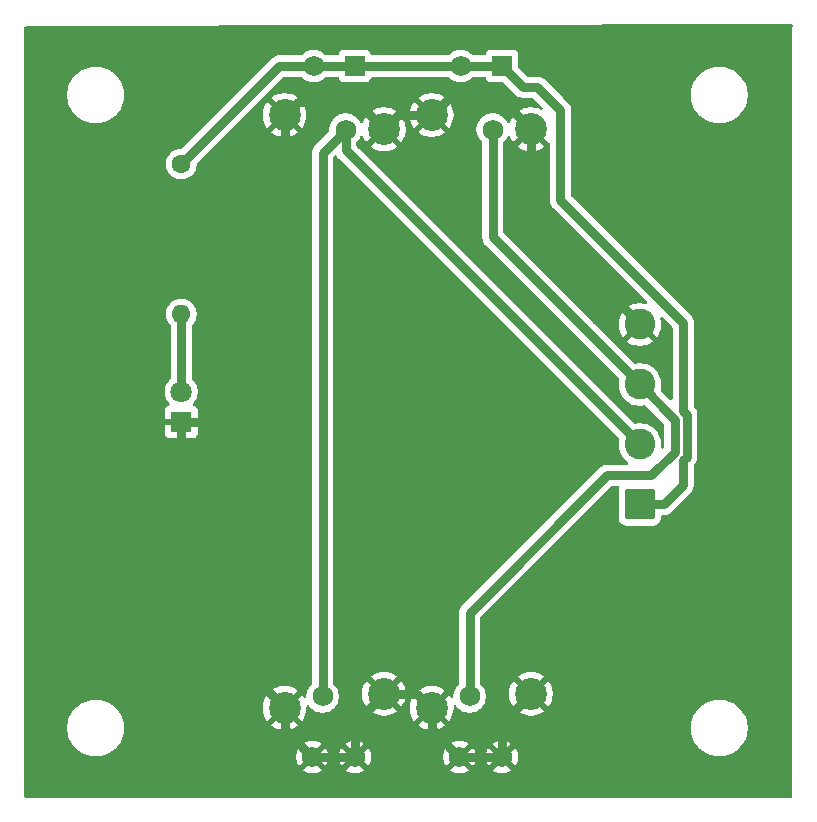
<source format=gbr>
%TF.GenerationSoftware,KiCad,Pcbnew,9.0.0*%
%TF.CreationDate,2025-03-25T22:24:14+01:00*%
%TF.ProjectId,LEDstripCtrl2.0,4c454473-7472-4697-9043-74726c322e30,rev?*%
%TF.SameCoordinates,Original*%
%TF.FileFunction,Copper,L2,Bot*%
%TF.FilePolarity,Positive*%
%FSLAX46Y46*%
G04 Gerber Fmt 4.6, Leading zero omitted, Abs format (unit mm)*
G04 Created by KiCad (PCBNEW 9.0.0) date 2025-03-25 22:24:14*
%MOMM*%
%LPD*%
G01*
G04 APERTURE LIST*
G04 Aperture macros list*
%AMRoundRect*
0 Rectangle with rounded corners*
0 $1 Rounding radius*
0 $2 $3 $4 $5 $6 $7 $8 $9 X,Y pos of 4 corners*
0 Add a 4 corners polygon primitive as box body*
4,1,4,$2,$3,$4,$5,$6,$7,$8,$9,$2,$3,0*
0 Add four circle primitives for the rounded corners*
1,1,$1+$1,$2,$3*
1,1,$1+$1,$4,$5*
1,1,$1+$1,$6,$7*
1,1,$1+$1,$8,$9*
0 Add four rect primitives between the rounded corners*
20,1,$1+$1,$2,$3,$4,$5,0*
20,1,$1+$1,$4,$5,$6,$7,0*
20,1,$1+$1,$6,$7,$8,$9,0*
20,1,$1+$1,$8,$9,$2,$3,0*%
G04 Aperture macros list end*
%TA.AperFunction,ComponentPad*%
%ADD10R,1.750000X1.750000*%
%TD*%
%TA.AperFunction,ComponentPad*%
%ADD11C,1.750000*%
%TD*%
%TA.AperFunction,ComponentPad*%
%ADD12C,2.700000*%
%TD*%
%TA.AperFunction,ComponentPad*%
%ADD13R,1.800000X1.800000*%
%TD*%
%TA.AperFunction,ComponentPad*%
%ADD14C,1.800000*%
%TD*%
%TA.AperFunction,ComponentPad*%
%ADD15RoundRect,0.250000X1.050000X-1.050000X1.050000X1.050000X-1.050000X1.050000X-1.050000X-1.050000X0*%
%TD*%
%TA.AperFunction,ComponentPad*%
%ADD16C,2.600000*%
%TD*%
%TA.AperFunction,ComponentPad*%
%ADD17C,1.600000*%
%TD*%
%TA.AperFunction,ComponentPad*%
%ADD18O,1.600000X1.600000*%
%TD*%
%TA.AperFunction,Conductor*%
%ADD19C,0.800000*%
%TD*%
G04 APERTURE END LIST*
D10*
%TO.P,RV1,1,1*%
%TO.N,+3.3V*%
X144550000Y-67050000D03*
D11*
X141050000Y-67050000D03*
%TO.P,RV1,2,2*%
%TO.N,Net-(J1-Pin_2)*%
X143770000Y-72430000D03*
X141810000Y-120430000D03*
%TO.P,RV1,3,3*%
%TO.N,GNDREF*%
X144550000Y-125550000D03*
X140953500Y-125550000D03*
D12*
%TO.P,RV1,MP,MountPin*%
X138600000Y-71200000D03*
X147000000Y-72400000D03*
X147000000Y-120200000D03*
X138600000Y-121400000D03*
%TD*%
D13*
%TO.P,D1,1,K*%
%TO.N,GNDREF*%
X129850000Y-97170000D03*
D14*
%TO.P,D1,2,A*%
%TO.N,Net-(D1-A)*%
X129850000Y-94630000D03*
%TD*%
D15*
%TO.P,J1,1,Pin_1*%
%TO.N,+3.3V*%
X168672500Y-104170000D03*
D16*
%TO.P,J1,2,Pin_2*%
%TO.N,Net-(J1-Pin_2)*%
X168672500Y-99090000D03*
%TO.P,J1,3,Pin_3*%
%TO.N,Net-(J1-Pin_3)*%
X168672500Y-94010000D03*
%TO.P,J1,4,Pin_4*%
%TO.N,GNDREF*%
X168672500Y-88930000D03*
%TD*%
D10*
%TO.P,RV2,1,1*%
%TO.N,+3.3V*%
X157000000Y-67050000D03*
D11*
X153500000Y-67050000D03*
%TO.P,RV2,2,2*%
%TO.N,Net-(J1-Pin_3)*%
X156220000Y-72430000D03*
X154260000Y-120430000D03*
%TO.P,RV2,3,3*%
%TO.N,GNDREF*%
X157000000Y-125550000D03*
X153403500Y-125550000D03*
D12*
%TO.P,RV2,MP,MountPin*%
X151050000Y-71200000D03*
X159450000Y-72400000D03*
X159450000Y-120200000D03*
X151050000Y-121400000D03*
%TD*%
D17*
%TO.P,R1,1*%
%TO.N,+3.3V*%
X129850000Y-75350000D03*
D18*
%TO.P,R1,2*%
%TO.N,Net-(D1-A)*%
X129850000Y-88050000D03*
%TD*%
D19*
%TO.N,+3.3V*%
X172651000Y-100114628D02*
X172350000Y-100415628D01*
X172350000Y-96271872D02*
X172651000Y-96572872D01*
X172350000Y-100415628D02*
X172350000Y-102500000D01*
X144550000Y-67050000D02*
X153500000Y-67050000D01*
X141050000Y-67050000D02*
X144550000Y-67050000D01*
X158799000Y-68849000D02*
X159999000Y-68849000D01*
X161950000Y-78400000D02*
X172350000Y-88800000D01*
X172651000Y-96572872D02*
X172651000Y-100114628D01*
X138150000Y-67050000D02*
X141050000Y-67050000D01*
X159999000Y-68849000D02*
X161950000Y-70800000D01*
X129850000Y-75350000D02*
X138150000Y-67050000D01*
X170680000Y-104170000D02*
X168672500Y-104170000D01*
X157000000Y-67050000D02*
X158799000Y-68849000D01*
X161950000Y-70800000D02*
X161950000Y-78400000D01*
X153500000Y-67050000D02*
X157000000Y-67050000D01*
X172350000Y-88800000D02*
X172350000Y-96271872D01*
X172350000Y-102500000D02*
X170680000Y-104170000D01*
%TO.N,Net-(J1-Pin_2)*%
X141810000Y-74390000D02*
X143770000Y-72430000D01*
X168672500Y-99090000D02*
X143770000Y-74187500D01*
X143770000Y-74187500D02*
X143770000Y-72430000D01*
X141810000Y-120430000D02*
X141810000Y-74390000D01*
%TO.N,Net-(J1-Pin_3)*%
X168672500Y-94010000D02*
X171650000Y-96987500D01*
X171650000Y-99700000D02*
X169650000Y-101700000D01*
X156220000Y-81557500D02*
X156220000Y-72430000D01*
X154260000Y-113331038D02*
X154260000Y-120430000D01*
X169340000Y-94010000D02*
X168672500Y-94010000D01*
X165891038Y-101700000D02*
X154260000Y-113331038D01*
X168672500Y-94010000D02*
X156220000Y-81557500D01*
X171650000Y-96987500D02*
X171650000Y-99700000D01*
X169650000Y-101700000D02*
X165891038Y-101700000D01*
%TO.N,GNDREF*%
X129850000Y-112650000D02*
X138600000Y-121400000D01*
X144700000Y-70100000D02*
X139700000Y-70100000D01*
X151050000Y-71200000D02*
X148200000Y-71200000D01*
X138600000Y-123196500D02*
X140953500Y-125550000D01*
X157000000Y-125550000D02*
X157000000Y-122650000D01*
X157000000Y-122650000D02*
X159450000Y-120200000D01*
X159450000Y-79707500D02*
X168672500Y-88930000D01*
X138600000Y-121400000D02*
X138600000Y-123196500D01*
X159450000Y-72400000D02*
X159450000Y-79707500D01*
X156900000Y-69850000D02*
X152400000Y-69850000D01*
X153403500Y-125550000D02*
X157000000Y-125550000D01*
X149850000Y-120200000D02*
X151050000Y-121400000D01*
X138600000Y-90250000D02*
X138600000Y-71200000D01*
X129850000Y-97570000D02*
X129850000Y-112650000D01*
X131680000Y-97170000D02*
X138600000Y-90250000D01*
X144550000Y-125550000D02*
X144550000Y-122650000D01*
X147000000Y-120200000D02*
X149850000Y-120200000D01*
X159450000Y-72400000D02*
X156900000Y-69850000D01*
X129850000Y-97170000D02*
X131680000Y-97170000D01*
X140953500Y-125550000D02*
X144550000Y-125550000D01*
X151050000Y-123196500D02*
X153403500Y-125550000D01*
X147000000Y-72400000D02*
X144700000Y-70100000D01*
X144550000Y-122650000D02*
X147000000Y-120200000D01*
X151050000Y-121400000D02*
X151050000Y-123196500D01*
X139700000Y-70100000D02*
X138600000Y-71200000D01*
X148200000Y-71200000D02*
X147000000Y-72400000D01*
X152400000Y-69850000D02*
X151050000Y-71200000D01*
%TO.N,Net-(D1-A)*%
X129850000Y-88050000D02*
X129850000Y-94630000D01*
%TD*%
%TA.AperFunction,Conductor*%
%TO.N,GNDREF*%
G36*
X158696740Y-72802626D02*
G01*
X158789762Y-72941844D01*
X158908156Y-73060238D01*
X159047374Y-73153260D01*
X159049437Y-73154114D01*
X158330614Y-73872936D01*
X158330614Y-73872937D01*
X158419989Y-73941517D01*
X158419996Y-73941522D01*
X158630007Y-74062772D01*
X158630021Y-74062779D01*
X158854060Y-74155578D01*
X159088312Y-74218346D01*
X159328735Y-74249998D01*
X159328752Y-74250000D01*
X159571248Y-74250000D01*
X159571264Y-74249998D01*
X159811687Y-74218346D01*
X160045939Y-74155578D01*
X160269978Y-74062779D01*
X160269992Y-74062772D01*
X160480016Y-73941515D01*
X160569384Y-73872939D01*
X160569384Y-73872936D01*
X159850562Y-73154114D01*
X159852626Y-73153260D01*
X159991844Y-73060238D01*
X160110238Y-72941844D01*
X160203260Y-72802626D01*
X160204114Y-72800561D01*
X160925003Y-73521451D01*
X160985573Y-73535006D01*
X161034684Y-73584705D01*
X161049500Y-73643483D01*
X161049500Y-78488696D01*
X161084103Y-78662658D01*
X161084105Y-78662666D01*
X161115526Y-78738524D01*
X161115529Y-78738529D01*
X161118046Y-78744606D01*
X161151987Y-78826547D01*
X161211063Y-78914959D01*
X161214169Y-78919607D01*
X161214172Y-78919613D01*
X161250534Y-78974034D01*
X161250535Y-78974035D01*
X169261193Y-86984694D01*
X169294678Y-87046017D01*
X169289694Y-87115709D01*
X169247822Y-87171642D01*
X169182358Y-87196059D01*
X169141419Y-87192150D01*
X169024414Y-87160799D01*
X168790485Y-87130000D01*
X168554514Y-87130000D01*
X168320585Y-87160799D01*
X168092662Y-87221870D01*
X167874680Y-87312160D01*
X167874671Y-87312165D01*
X167670328Y-87430144D01*
X167670318Y-87430150D01*
X167588775Y-87492720D01*
X167588775Y-87492721D01*
X168425012Y-88328958D01*
X168364610Y-88353978D01*
X168258149Y-88425112D01*
X168167612Y-88515649D01*
X168096478Y-88622110D01*
X168071458Y-88682512D01*
X167235221Y-87846275D01*
X167235220Y-87846275D01*
X167172650Y-87927818D01*
X167172644Y-87927828D01*
X167054665Y-88132171D01*
X167054660Y-88132180D01*
X166964370Y-88350162D01*
X166903299Y-88578085D01*
X166872500Y-88812014D01*
X166872500Y-89047985D01*
X166903299Y-89281914D01*
X166964370Y-89509837D01*
X167054660Y-89727819D01*
X167054665Y-89727828D01*
X167172644Y-89932171D01*
X167172645Y-89932172D01*
X167235221Y-90013723D01*
X168071458Y-89177487D01*
X168096478Y-89237890D01*
X168167612Y-89344351D01*
X168258149Y-89434888D01*
X168364610Y-89506022D01*
X168425011Y-89531041D01*
X167588775Y-90367277D01*
X167670327Y-90429854D01*
X167670328Y-90429855D01*
X167874671Y-90547834D01*
X167874680Y-90547839D01*
X168092663Y-90638129D01*
X168092661Y-90638129D01*
X168320585Y-90699200D01*
X168554514Y-90729999D01*
X168554529Y-90730000D01*
X168790471Y-90730000D01*
X168790485Y-90729999D01*
X169024414Y-90699200D01*
X169252337Y-90638129D01*
X169470319Y-90547839D01*
X169470328Y-90547834D01*
X169674681Y-90429850D01*
X169756223Y-90367279D01*
X169756223Y-90367276D01*
X168919987Y-89531041D01*
X168980390Y-89506022D01*
X169086851Y-89434888D01*
X169177388Y-89344351D01*
X169248522Y-89237890D01*
X169273541Y-89177488D01*
X170109776Y-90013723D01*
X170109779Y-90013723D01*
X170172350Y-89932181D01*
X170290334Y-89727828D01*
X170290339Y-89727819D01*
X170380629Y-89509837D01*
X170441700Y-89281914D01*
X170472499Y-89047985D01*
X170472500Y-89047971D01*
X170472500Y-88812028D01*
X170472499Y-88812014D01*
X170441701Y-88578087D01*
X170410349Y-88461081D01*
X170412012Y-88391231D01*
X170451174Y-88333368D01*
X170515402Y-88305864D01*
X170584305Y-88317450D01*
X170617805Y-88341306D01*
X171413181Y-89136681D01*
X171446666Y-89198004D01*
X171449500Y-89224362D01*
X171449500Y-95214138D01*
X171429815Y-95281177D01*
X171377011Y-95326932D01*
X171307853Y-95336876D01*
X171244297Y-95307851D01*
X171237819Y-95301819D01*
X170462347Y-94526347D01*
X170428862Y-94465024D01*
X170430252Y-94406574D01*
X170442193Y-94362014D01*
X170473000Y-94128011D01*
X170473000Y-93891989D01*
X170442193Y-93657986D01*
X170381106Y-93430007D01*
X170290784Y-93211951D01*
X170290782Y-93211948D01*
X170290780Y-93211943D01*
X170248618Y-93138918D01*
X170172773Y-93007550D01*
X170029092Y-92820301D01*
X170029087Y-92820295D01*
X169862204Y-92653412D01*
X169862197Y-92653406D01*
X169674954Y-92509730D01*
X169674953Y-92509729D01*
X169674950Y-92509727D01*
X169593457Y-92462677D01*
X169470556Y-92391719D01*
X169470545Y-92391714D01*
X169252493Y-92301394D01*
X169024510Y-92240306D01*
X168790520Y-92209501D01*
X168790517Y-92209500D01*
X168790511Y-92209500D01*
X168554489Y-92209500D01*
X168554483Y-92209500D01*
X168554479Y-92209501D01*
X168320489Y-92240306D01*
X168320471Y-92240310D01*
X168275924Y-92252246D01*
X168206074Y-92250583D01*
X168156151Y-92220152D01*
X164831643Y-88895644D01*
X157156819Y-81220819D01*
X157123334Y-81159496D01*
X157120500Y-81133138D01*
X157120500Y-73526112D01*
X157140185Y-73459073D01*
X157156819Y-73438431D01*
X157165240Y-73430010D01*
X157269172Y-73326078D01*
X157396433Y-73150919D01*
X157474097Y-72998494D01*
X157522072Y-72947699D01*
X157589893Y-72930904D01*
X157656028Y-72953441D01*
X157699143Y-73007338D01*
X157787220Y-73219978D01*
X157787227Y-73219992D01*
X157908481Y-73430010D01*
X157977061Y-73519384D01*
X158695884Y-72800560D01*
X158696740Y-72802626D01*
G37*
%TD.AperFunction*%
%TA.AperFunction,Conductor*%
G36*
X181592719Y-63519860D02*
G01*
X181638636Y-63572523D01*
X181650000Y-63624381D01*
X181650000Y-63676000D01*
X181630315Y-63743039D01*
X181577511Y-63788794D01*
X181556672Y-63793327D01*
X181550000Y-63800000D01*
X181550000Y-128876000D01*
X181530315Y-128943039D01*
X181477511Y-128988794D01*
X181426000Y-129000000D01*
X116674000Y-129000000D01*
X116606961Y-128980315D01*
X116561206Y-128927511D01*
X116550000Y-128876000D01*
X116550000Y-122965186D01*
X120199500Y-122965186D01*
X120199500Y-123234813D01*
X120229686Y-123502719D01*
X120229688Y-123502731D01*
X120289684Y-123765594D01*
X120289687Y-123765602D01*
X120378734Y-124020082D01*
X120495714Y-124262994D01*
X120495716Y-124262997D01*
X120639162Y-124491289D01*
X120807266Y-124702085D01*
X120997915Y-124892734D01*
X121208711Y-125060838D01*
X121437003Y-125204284D01*
X121679921Y-125321267D01*
X121871049Y-125388145D01*
X121934397Y-125410312D01*
X121934405Y-125410315D01*
X121934408Y-125410315D01*
X121934409Y-125410316D01*
X122197268Y-125470312D01*
X122465187Y-125500499D01*
X122465188Y-125500500D01*
X122465191Y-125500500D01*
X122734812Y-125500500D01*
X122734812Y-125500499D01*
X123002732Y-125470312D01*
X123127743Y-125441779D01*
X139578500Y-125441779D01*
X139578500Y-125658220D01*
X139612357Y-125871981D01*
X139679235Y-126077814D01*
X139679236Y-126077817D01*
X139777496Y-126270660D01*
X139820329Y-126329615D01*
X139820330Y-126329616D01*
X140388887Y-125761059D01*
X140394389Y-125781591D01*
X140473381Y-125918408D01*
X140585092Y-126030119D01*
X140721909Y-126109111D01*
X140742439Y-126114612D01*
X140173882Y-126683168D01*
X140232842Y-126726005D01*
X140425682Y-126824263D01*
X140425685Y-126824264D01*
X140631518Y-126891142D01*
X140845280Y-126925000D01*
X141061720Y-126925000D01*
X141275481Y-126891142D01*
X141481314Y-126824264D01*
X141481317Y-126824263D01*
X141674156Y-126726006D01*
X141733115Y-126683168D01*
X141733116Y-126683168D01*
X141164559Y-126114612D01*
X141185091Y-126109111D01*
X141321908Y-126030119D01*
X141433619Y-125918408D01*
X141512611Y-125781591D01*
X141518112Y-125761059D01*
X142086668Y-126329616D01*
X142086668Y-126329615D01*
X142129506Y-126270656D01*
X142227763Y-126077817D01*
X142227764Y-126077814D01*
X142294642Y-125871981D01*
X142328500Y-125658220D01*
X142328500Y-125441779D01*
X143175000Y-125441779D01*
X143175000Y-125658220D01*
X143208857Y-125871981D01*
X143275735Y-126077814D01*
X143275736Y-126077817D01*
X143373996Y-126270660D01*
X143416829Y-126329615D01*
X143416830Y-126329616D01*
X143985387Y-125761059D01*
X143990889Y-125781591D01*
X144069881Y-125918408D01*
X144181592Y-126030119D01*
X144318409Y-126109111D01*
X144338939Y-126114612D01*
X143770382Y-126683168D01*
X143829342Y-126726005D01*
X144022182Y-126824263D01*
X144022185Y-126824264D01*
X144228018Y-126891142D01*
X144441780Y-126925000D01*
X144658220Y-126925000D01*
X144871981Y-126891142D01*
X145077814Y-126824264D01*
X145077817Y-126824263D01*
X145270656Y-126726006D01*
X145329615Y-126683168D01*
X145329616Y-126683168D01*
X144761059Y-126114612D01*
X144781591Y-126109111D01*
X144918408Y-126030119D01*
X145030119Y-125918408D01*
X145109111Y-125781591D01*
X145114612Y-125761060D01*
X145683168Y-126329616D01*
X145683168Y-126329615D01*
X145726006Y-126270656D01*
X145824263Y-126077817D01*
X145824264Y-126077814D01*
X145891142Y-125871981D01*
X145925000Y-125658220D01*
X145925000Y-125441779D01*
X152028500Y-125441779D01*
X152028500Y-125658220D01*
X152062357Y-125871981D01*
X152129235Y-126077814D01*
X152129236Y-126077817D01*
X152227496Y-126270660D01*
X152270329Y-126329615D01*
X152270330Y-126329616D01*
X152838887Y-125761059D01*
X152844389Y-125781591D01*
X152923381Y-125918408D01*
X153035092Y-126030119D01*
X153171909Y-126109111D01*
X153192439Y-126114612D01*
X152623882Y-126683168D01*
X152682842Y-126726005D01*
X152875682Y-126824263D01*
X152875685Y-126824264D01*
X153081518Y-126891142D01*
X153295280Y-126925000D01*
X153511720Y-126925000D01*
X153725481Y-126891142D01*
X153931314Y-126824264D01*
X153931317Y-126824263D01*
X154124156Y-126726006D01*
X154183115Y-126683168D01*
X154183116Y-126683168D01*
X153614559Y-126114612D01*
X153635091Y-126109111D01*
X153771908Y-126030119D01*
X153883619Y-125918408D01*
X153962611Y-125781591D01*
X153968112Y-125761060D01*
X154536668Y-126329616D01*
X154536668Y-126329615D01*
X154579506Y-126270656D01*
X154677763Y-126077817D01*
X154677764Y-126077814D01*
X154744642Y-125871981D01*
X154778500Y-125658220D01*
X154778500Y-125441779D01*
X155625000Y-125441779D01*
X155625000Y-125658220D01*
X155658857Y-125871981D01*
X155725735Y-126077814D01*
X155725736Y-126077817D01*
X155823996Y-126270660D01*
X155866829Y-126329615D01*
X155866830Y-126329616D01*
X156435387Y-125761059D01*
X156440889Y-125781591D01*
X156519881Y-125918408D01*
X156631592Y-126030119D01*
X156768409Y-126109111D01*
X156788939Y-126114612D01*
X156220382Y-126683168D01*
X156279342Y-126726005D01*
X156472182Y-126824263D01*
X156472185Y-126824264D01*
X156678018Y-126891142D01*
X156891780Y-126925000D01*
X157108220Y-126925000D01*
X157321981Y-126891142D01*
X157527814Y-126824264D01*
X157527817Y-126824263D01*
X157720656Y-126726006D01*
X157779615Y-126683168D01*
X157779616Y-126683168D01*
X157211059Y-126114612D01*
X157231591Y-126109111D01*
X157368408Y-126030119D01*
X157480119Y-125918408D01*
X157559111Y-125781591D01*
X157564612Y-125761060D01*
X158133168Y-126329616D01*
X158133168Y-126329615D01*
X158176006Y-126270656D01*
X158274263Y-126077817D01*
X158274264Y-126077814D01*
X158341142Y-125871981D01*
X158375000Y-125658220D01*
X158375000Y-125441779D01*
X158341142Y-125228018D01*
X158274264Y-125022185D01*
X158274263Y-125022182D01*
X158176005Y-124829342D01*
X158133168Y-124770383D01*
X158133168Y-124770382D01*
X157564612Y-125338939D01*
X157559111Y-125318409D01*
X157480119Y-125181592D01*
X157368408Y-125069881D01*
X157231591Y-124990889D01*
X157211058Y-124985387D01*
X157779616Y-124416830D01*
X157779615Y-124416829D01*
X157720660Y-124373996D01*
X157527817Y-124275736D01*
X157527814Y-124275735D01*
X157321981Y-124208857D01*
X157108220Y-124175000D01*
X156891780Y-124175000D01*
X156678018Y-124208857D01*
X156472185Y-124275735D01*
X156472182Y-124275736D01*
X156279346Y-124373992D01*
X156220383Y-124416830D01*
X156788941Y-124985387D01*
X156768409Y-124990889D01*
X156631592Y-125069881D01*
X156519881Y-125181592D01*
X156440889Y-125318409D01*
X156435387Y-125338940D01*
X155866830Y-124770383D01*
X155823992Y-124829346D01*
X155725736Y-125022182D01*
X155725735Y-125022185D01*
X155658857Y-125228018D01*
X155625000Y-125441779D01*
X154778500Y-125441779D01*
X154744642Y-125228018D01*
X154677764Y-125022185D01*
X154677763Y-125022182D01*
X154579505Y-124829342D01*
X154536668Y-124770383D01*
X154536668Y-124770382D01*
X153968112Y-125338939D01*
X153962611Y-125318409D01*
X153883619Y-125181592D01*
X153771908Y-125069881D01*
X153635091Y-124990889D01*
X153614558Y-124985387D01*
X154183116Y-124416830D01*
X154183115Y-124416829D01*
X154124160Y-124373996D01*
X153931317Y-124275736D01*
X153931314Y-124275735D01*
X153725481Y-124208857D01*
X153511720Y-124175000D01*
X153295280Y-124175000D01*
X153081518Y-124208857D01*
X152875685Y-124275735D01*
X152875682Y-124275736D01*
X152682846Y-124373992D01*
X152623883Y-124416830D01*
X153192441Y-124985387D01*
X153171909Y-124990889D01*
X153035092Y-125069881D01*
X152923381Y-125181592D01*
X152844389Y-125318409D01*
X152838887Y-125338940D01*
X152270330Y-124770383D01*
X152227492Y-124829346D01*
X152129236Y-125022182D01*
X152129235Y-125022185D01*
X152062357Y-125228018D01*
X152028500Y-125441779D01*
X145925000Y-125441779D01*
X145891142Y-125228018D01*
X145824264Y-125022185D01*
X145824263Y-125022182D01*
X145726005Y-124829342D01*
X145683168Y-124770383D01*
X145683168Y-124770382D01*
X145114612Y-125338939D01*
X145109111Y-125318409D01*
X145030119Y-125181592D01*
X144918408Y-125069881D01*
X144781591Y-124990889D01*
X144761058Y-124985387D01*
X145329616Y-124416830D01*
X145329615Y-124416829D01*
X145270660Y-124373996D01*
X145077817Y-124275736D01*
X145077814Y-124275735D01*
X144871981Y-124208857D01*
X144658220Y-124175000D01*
X144441780Y-124175000D01*
X144228018Y-124208857D01*
X144022185Y-124275735D01*
X144022182Y-124275736D01*
X143829346Y-124373992D01*
X143770383Y-124416830D01*
X144338941Y-124985387D01*
X144318409Y-124990889D01*
X144181592Y-125069881D01*
X144069881Y-125181592D01*
X143990889Y-125318409D01*
X143985387Y-125338940D01*
X143416830Y-124770383D01*
X143373992Y-124829346D01*
X143275736Y-125022182D01*
X143275735Y-125022185D01*
X143208857Y-125228018D01*
X143175000Y-125441779D01*
X142328500Y-125441779D01*
X142294642Y-125228018D01*
X142227764Y-125022185D01*
X142227763Y-125022182D01*
X142129505Y-124829342D01*
X142086668Y-124770383D01*
X142086668Y-124770382D01*
X141518112Y-125338939D01*
X141512611Y-125318409D01*
X141433619Y-125181592D01*
X141321908Y-125069881D01*
X141185091Y-124990889D01*
X141164558Y-124985387D01*
X141733116Y-124416830D01*
X141733115Y-124416829D01*
X141674160Y-124373996D01*
X141481317Y-124275736D01*
X141481314Y-124275735D01*
X141275481Y-124208857D01*
X141061720Y-124175000D01*
X140845280Y-124175000D01*
X140631518Y-124208857D01*
X140425685Y-124275735D01*
X140425682Y-124275736D01*
X140232846Y-124373992D01*
X140173883Y-124416830D01*
X140742441Y-124985387D01*
X140721909Y-124990889D01*
X140585092Y-125069881D01*
X140473381Y-125181592D01*
X140394389Y-125318409D01*
X140388887Y-125338940D01*
X139820330Y-124770383D01*
X139777492Y-124829346D01*
X139679236Y-125022182D01*
X139679235Y-125022185D01*
X139612357Y-125228018D01*
X139578500Y-125441779D01*
X123127743Y-125441779D01*
X123265591Y-125410316D01*
X123520079Y-125321267D01*
X123762997Y-125204284D01*
X123991289Y-125060838D01*
X124202085Y-124892734D01*
X124392734Y-124702085D01*
X124560838Y-124491289D01*
X124704284Y-124262997D01*
X124821267Y-124020079D01*
X124910316Y-123765591D01*
X124970312Y-123502732D01*
X125000500Y-123234809D01*
X125000500Y-122965191D01*
X124970312Y-122697268D01*
X124910316Y-122434409D01*
X124821267Y-122179921D01*
X124704284Y-121937003D01*
X124560838Y-121708711D01*
X124392734Y-121497915D01*
X124202085Y-121307266D01*
X123991289Y-121139162D01*
X123762997Y-120995716D01*
X123762994Y-120995714D01*
X123520082Y-120878734D01*
X123265602Y-120789687D01*
X123265594Y-120789684D01*
X123046869Y-120739762D01*
X123002732Y-120729688D01*
X123002728Y-120729687D01*
X123002719Y-120729686D01*
X122734813Y-120699500D01*
X122734809Y-120699500D01*
X122465191Y-120699500D01*
X122465186Y-120699500D01*
X122197280Y-120729686D01*
X122197268Y-120729688D01*
X121934405Y-120789684D01*
X121934397Y-120789687D01*
X121679917Y-120878734D01*
X121437005Y-120995714D01*
X121208712Y-121139161D01*
X120997915Y-121307265D01*
X120807265Y-121497915D01*
X120639161Y-121708712D01*
X120495714Y-121937005D01*
X120378734Y-122179917D01*
X120289687Y-122434397D01*
X120289684Y-122434405D01*
X120229688Y-122697268D01*
X120229686Y-122697280D01*
X120199500Y-122965186D01*
X116550000Y-122965186D01*
X116550000Y-94519778D01*
X128449500Y-94519778D01*
X128449500Y-94740221D01*
X128483985Y-94957952D01*
X128552103Y-95167603D01*
X128552104Y-95167606D01*
X128575814Y-95214138D01*
X128638353Y-95336876D01*
X128652187Y-95364025D01*
X128781752Y-95542358D01*
X128781756Y-95542363D01*
X128832316Y-95592923D01*
X128865801Y-95654246D01*
X128860817Y-95723938D01*
X128818945Y-95779871D01*
X128787969Y-95796785D01*
X128707918Y-95826643D01*
X128707906Y-95826649D01*
X128592812Y-95912809D01*
X128592809Y-95912812D01*
X128506649Y-96027906D01*
X128506645Y-96027913D01*
X128456403Y-96162620D01*
X128456401Y-96162627D01*
X128450000Y-96222155D01*
X128450000Y-96920000D01*
X129474722Y-96920000D01*
X129430667Y-96996306D01*
X129400000Y-97110756D01*
X129400000Y-97229244D01*
X129430667Y-97343694D01*
X129474722Y-97420000D01*
X128450000Y-97420000D01*
X128450000Y-98117844D01*
X128456401Y-98177372D01*
X128456403Y-98177379D01*
X128506645Y-98312086D01*
X128506649Y-98312093D01*
X128592809Y-98427187D01*
X128592812Y-98427190D01*
X128707906Y-98513350D01*
X128707913Y-98513354D01*
X128842620Y-98563596D01*
X128842627Y-98563598D01*
X128902155Y-98569999D01*
X128902172Y-98570000D01*
X129600000Y-98570000D01*
X129600000Y-97545277D01*
X129676306Y-97589333D01*
X129790756Y-97620000D01*
X129909244Y-97620000D01*
X130023694Y-97589333D01*
X130100000Y-97545277D01*
X130100000Y-98570000D01*
X130797828Y-98570000D01*
X130797844Y-98569999D01*
X130857372Y-98563598D01*
X130857379Y-98563596D01*
X130992086Y-98513354D01*
X130992093Y-98513350D01*
X131107187Y-98427190D01*
X131107190Y-98427187D01*
X131193350Y-98312093D01*
X131193354Y-98312086D01*
X131243596Y-98177379D01*
X131243598Y-98177372D01*
X131249999Y-98117844D01*
X131250000Y-98117827D01*
X131250000Y-97420000D01*
X130225278Y-97420000D01*
X130269333Y-97343694D01*
X130300000Y-97229244D01*
X130300000Y-97110756D01*
X130269333Y-96996306D01*
X130225278Y-96920000D01*
X131250000Y-96920000D01*
X131250000Y-96222172D01*
X131249999Y-96222155D01*
X131243598Y-96162627D01*
X131243596Y-96162620D01*
X131193354Y-96027913D01*
X131193350Y-96027906D01*
X131107190Y-95912812D01*
X131107187Y-95912809D01*
X130992093Y-95826649D01*
X130992087Y-95826646D01*
X130912030Y-95796786D01*
X130856097Y-95754914D01*
X130831680Y-95689450D01*
X130846532Y-95621177D01*
X130867681Y-95592925D01*
X130918242Y-95542365D01*
X131047815Y-95364022D01*
X131147895Y-95167606D01*
X131216015Y-94957951D01*
X131250500Y-94740222D01*
X131250500Y-94519778D01*
X131216015Y-94302049D01*
X131181955Y-94197221D01*
X131147896Y-94092396D01*
X131147895Y-94092393D01*
X131113237Y-94024375D01*
X131047815Y-93895978D01*
X131035750Y-93879372D01*
X130918248Y-93717642D01*
X130918244Y-93717638D01*
X130918242Y-93717635D01*
X130786818Y-93586211D01*
X130753334Y-93524888D01*
X130750500Y-93498530D01*
X130750500Y-89040047D01*
X130770185Y-88973008D01*
X130786819Y-88952366D01*
X130809185Y-88930000D01*
X130841966Y-88897219D01*
X130841968Y-88897215D01*
X130841971Y-88897213D01*
X130903860Y-88812028D01*
X130962287Y-88731610D01*
X131055220Y-88549219D01*
X131118477Y-88354534D01*
X131150500Y-88152352D01*
X131150500Y-87947648D01*
X131118477Y-87745466D01*
X131055220Y-87550781D01*
X131055218Y-87550778D01*
X131055218Y-87550776D01*
X130993752Y-87430144D01*
X130962287Y-87368390D01*
X130954556Y-87357749D01*
X130841971Y-87202786D01*
X130697213Y-87058028D01*
X130531613Y-86937715D01*
X130531612Y-86937714D01*
X130531610Y-86937713D01*
X130474653Y-86908691D01*
X130349223Y-86844781D01*
X130154534Y-86781522D01*
X129979995Y-86753878D01*
X129952352Y-86749500D01*
X129747648Y-86749500D01*
X129723329Y-86753351D01*
X129545465Y-86781522D01*
X129350776Y-86844781D01*
X129168386Y-86937715D01*
X129002786Y-87058028D01*
X128858028Y-87202786D01*
X128737715Y-87368386D01*
X128644781Y-87550776D01*
X128581522Y-87745465D01*
X128549500Y-87947648D01*
X128549500Y-88152351D01*
X128581522Y-88354534D01*
X128644781Y-88549223D01*
X128737715Y-88731613D01*
X128858028Y-88897213D01*
X128913181Y-88952366D01*
X128946666Y-89013689D01*
X128949500Y-89040047D01*
X128949500Y-93498530D01*
X128929815Y-93565569D01*
X128913182Y-93586211D01*
X128781751Y-93717642D01*
X128652187Y-93895974D01*
X128552104Y-94092393D01*
X128552103Y-94092396D01*
X128483985Y-94302047D01*
X128449500Y-94519778D01*
X116550000Y-94519778D01*
X116550000Y-75247648D01*
X128549500Y-75247648D01*
X128549500Y-75452351D01*
X128581522Y-75654534D01*
X128644781Y-75849223D01*
X128737715Y-76031613D01*
X128858028Y-76197213D01*
X129002786Y-76341971D01*
X129157749Y-76454556D01*
X129168390Y-76462287D01*
X129284607Y-76521503D01*
X129350776Y-76555218D01*
X129350778Y-76555218D01*
X129350781Y-76555220D01*
X129455137Y-76589127D01*
X129545465Y-76618477D01*
X129646557Y-76634488D01*
X129747648Y-76650500D01*
X129747649Y-76650500D01*
X129952351Y-76650500D01*
X129952352Y-76650500D01*
X130154534Y-76618477D01*
X130349219Y-76555220D01*
X130531610Y-76462287D01*
X130624590Y-76394732D01*
X130697213Y-76341971D01*
X130697215Y-76341968D01*
X130697219Y-76341966D01*
X130841966Y-76197219D01*
X130841968Y-76197215D01*
X130841971Y-76197213D01*
X130894732Y-76124590D01*
X130962287Y-76031610D01*
X131055220Y-75849219D01*
X131118477Y-75654534D01*
X131150500Y-75452352D01*
X131150500Y-75374361D01*
X131170185Y-75307322D01*
X131186819Y-75286680D01*
X135394748Y-71078751D01*
X136750000Y-71078751D01*
X136750000Y-71321248D01*
X136750001Y-71321264D01*
X136781653Y-71561687D01*
X136844421Y-71795939D01*
X136937220Y-72019978D01*
X136937227Y-72019992D01*
X137058481Y-72230010D01*
X137127061Y-72319384D01*
X137845884Y-71600560D01*
X137846740Y-71602626D01*
X137939762Y-71741844D01*
X138058156Y-71860238D01*
X138197374Y-71953260D01*
X138199437Y-71954114D01*
X137480614Y-72672936D01*
X137480614Y-72672937D01*
X137569989Y-72741517D01*
X137569996Y-72741522D01*
X137780007Y-72862772D01*
X137780021Y-72862779D01*
X138004060Y-72955578D01*
X138238312Y-73018346D01*
X138478735Y-73049998D01*
X138478752Y-73050000D01*
X138721248Y-73050000D01*
X138721264Y-73049998D01*
X138961687Y-73018346D01*
X139195939Y-72955578D01*
X139419978Y-72862779D01*
X139419992Y-72862772D01*
X139630016Y-72741515D01*
X139719384Y-72672939D01*
X139719384Y-72672936D01*
X139000562Y-71954114D01*
X139002626Y-71953260D01*
X139141844Y-71860238D01*
X139260238Y-71741844D01*
X139353260Y-71602626D01*
X139354114Y-71600562D01*
X140072936Y-72319384D01*
X140072939Y-72319384D01*
X140141515Y-72230016D01*
X140262772Y-72019992D01*
X140262779Y-72019978D01*
X140355578Y-71795939D01*
X140418346Y-71561687D01*
X140449998Y-71321264D01*
X140450000Y-71321248D01*
X140450000Y-71078751D01*
X140449998Y-71078735D01*
X140418346Y-70838312D01*
X140355578Y-70604060D01*
X140262779Y-70380021D01*
X140262772Y-70380007D01*
X140141522Y-70169996D01*
X140141517Y-70169989D01*
X140072937Y-70080614D01*
X140072936Y-70080614D01*
X139354114Y-70799436D01*
X139353260Y-70797374D01*
X139260238Y-70658156D01*
X139141844Y-70539762D01*
X139002626Y-70446740D01*
X139000560Y-70445884D01*
X139719384Y-69727061D01*
X139630010Y-69658481D01*
X139419992Y-69537227D01*
X139419978Y-69537220D01*
X139195939Y-69444421D01*
X138961687Y-69381653D01*
X138721264Y-69350001D01*
X138721248Y-69350000D01*
X138478752Y-69350000D01*
X138478735Y-69350001D01*
X138238312Y-69381653D01*
X138004060Y-69444421D01*
X137780021Y-69537220D01*
X137780006Y-69537227D01*
X137569990Y-69658480D01*
X137480614Y-69727060D01*
X137480614Y-69727061D01*
X138199438Y-70445885D01*
X138197374Y-70446740D01*
X138058156Y-70539762D01*
X137939762Y-70658156D01*
X137846740Y-70797374D01*
X137845885Y-70799438D01*
X137127061Y-70080614D01*
X137127060Y-70080614D01*
X137058480Y-70169990D01*
X136937227Y-70380006D01*
X136937220Y-70380021D01*
X136844421Y-70604060D01*
X136781653Y-70838312D01*
X136750001Y-71078735D01*
X136750000Y-71078751D01*
X135394748Y-71078751D01*
X138486680Y-67986819D01*
X138548003Y-67953334D01*
X138574361Y-67950500D01*
X139953888Y-67950500D01*
X140020927Y-67970185D01*
X140041569Y-67986819D01*
X140153922Y-68099172D01*
X140329081Y-68226433D01*
X140423697Y-68274642D01*
X140521990Y-68324726D01*
X140521993Y-68324727D01*
X140559776Y-68337003D01*
X140727903Y-68391630D01*
X140941746Y-68425500D01*
X140941747Y-68425500D01*
X141158253Y-68425500D01*
X141158254Y-68425500D01*
X141372097Y-68391630D01*
X141578009Y-68324726D01*
X141770919Y-68226433D01*
X141946078Y-68099172D01*
X142058431Y-67986819D01*
X142119754Y-67953334D01*
X142146112Y-67950500D01*
X143064236Y-67950500D01*
X143131275Y-67970185D01*
X143177030Y-68022989D01*
X143180418Y-68031167D01*
X143231202Y-68167328D01*
X143231206Y-68167335D01*
X143317452Y-68282544D01*
X143317455Y-68282547D01*
X143432664Y-68368793D01*
X143432671Y-68368797D01*
X143567517Y-68419091D01*
X143567516Y-68419091D01*
X143574444Y-68419835D01*
X143627127Y-68425500D01*
X145472872Y-68425499D01*
X145532483Y-68419091D01*
X145667331Y-68368796D01*
X145782546Y-68282546D01*
X145868796Y-68167331D01*
X145894219Y-68099169D01*
X145919582Y-68031167D01*
X145961453Y-67975233D01*
X146026917Y-67950816D01*
X146035764Y-67950500D01*
X152403888Y-67950500D01*
X152470927Y-67970185D01*
X152491569Y-67986819D01*
X152603922Y-68099172D01*
X152779081Y-68226433D01*
X152873697Y-68274642D01*
X152971990Y-68324726D01*
X152971993Y-68324727D01*
X153009776Y-68337003D01*
X153177903Y-68391630D01*
X153391746Y-68425500D01*
X153391747Y-68425500D01*
X153608253Y-68425500D01*
X153608254Y-68425500D01*
X153822097Y-68391630D01*
X154028009Y-68324726D01*
X154220919Y-68226433D01*
X154396078Y-68099172D01*
X154508431Y-67986819D01*
X154569754Y-67953334D01*
X154596112Y-67950500D01*
X155514236Y-67950500D01*
X155581275Y-67970185D01*
X155627030Y-68022989D01*
X155630418Y-68031167D01*
X155681202Y-68167328D01*
X155681206Y-68167335D01*
X155767452Y-68282544D01*
X155767455Y-68282547D01*
X155882664Y-68368793D01*
X155882671Y-68368797D01*
X156017517Y-68419091D01*
X156017516Y-68419091D01*
X156024444Y-68419835D01*
X156077127Y-68425500D01*
X157050637Y-68425499D01*
X157117676Y-68445183D01*
X157138318Y-68461818D01*
X158224966Y-69548466D01*
X158259326Y-69571423D01*
X158284040Y-69587936D01*
X158372453Y-69647013D01*
X158454393Y-69680953D01*
X158460480Y-69683474D01*
X158460485Y-69683477D01*
X158496940Y-69698577D01*
X158536334Y-69714895D01*
X158710303Y-69749499D01*
X158710307Y-69749500D01*
X158710308Y-69749500D01*
X158710309Y-69749500D01*
X159574638Y-69749500D01*
X159641677Y-69769185D01*
X159662319Y-69785819D01*
X160323240Y-70446740D01*
X160417275Y-70540774D01*
X160450760Y-70602097D01*
X160445776Y-70671788D01*
X160403904Y-70727722D01*
X160338440Y-70752139D01*
X160274061Y-70738134D01*
X160273625Y-70739019D01*
X160269978Y-70737220D01*
X160045939Y-70644421D01*
X159811687Y-70581653D01*
X159571264Y-70550001D01*
X159571248Y-70550000D01*
X159328752Y-70550000D01*
X159328735Y-70550001D01*
X159088312Y-70581653D01*
X158854060Y-70644421D01*
X158630021Y-70737220D01*
X158630006Y-70737227D01*
X158419990Y-70858480D01*
X158330614Y-70927060D01*
X158330614Y-70927061D01*
X159049438Y-71645884D01*
X159047374Y-71646740D01*
X158908156Y-71739762D01*
X158789762Y-71858156D01*
X158696740Y-71997374D01*
X158695885Y-71999438D01*
X157977061Y-71280614D01*
X157977060Y-71280614D01*
X157908480Y-71369990D01*
X157787227Y-71580006D01*
X157787220Y-71580021D01*
X157694419Y-71804065D01*
X157692007Y-71813068D01*
X157655641Y-71872728D01*
X157592794Y-71903256D01*
X157523419Y-71894960D01*
X157469541Y-71850474D01*
X157461748Y-71837268D01*
X157440690Y-71795939D01*
X157396433Y-71709081D01*
X157269172Y-71533922D01*
X157116078Y-71380828D01*
X156940919Y-71253567D01*
X156748009Y-71155273D01*
X156748006Y-71155272D01*
X156542098Y-71088370D01*
X156435175Y-71071435D01*
X156328254Y-71054500D01*
X156111746Y-71054500D01*
X156040465Y-71065790D01*
X155897901Y-71088370D01*
X155691993Y-71155272D01*
X155691990Y-71155273D01*
X155499080Y-71253567D01*
X155445172Y-71292734D01*
X155323922Y-71380828D01*
X155323920Y-71380830D01*
X155323919Y-71380830D01*
X155170830Y-71533919D01*
X155170830Y-71533920D01*
X155170828Y-71533922D01*
X155137346Y-71580006D01*
X155043567Y-71709080D01*
X154945273Y-71901990D01*
X154945272Y-71901993D01*
X154878370Y-72107901D01*
X154844500Y-72321746D01*
X154844500Y-72538253D01*
X154878370Y-72752098D01*
X154945272Y-72958006D01*
X154945273Y-72958009D01*
X155043567Y-73150919D01*
X155170828Y-73326078D01*
X155170830Y-73326080D01*
X155283181Y-73438431D01*
X155316666Y-73499754D01*
X155319500Y-73526112D01*
X155319500Y-81646196D01*
X155354103Y-81820158D01*
X155354105Y-81820166D01*
X155385526Y-81896024D01*
X155385529Y-81896029D01*
X155388046Y-81902106D01*
X155421987Y-81984047D01*
X155481063Y-82072459D01*
X155484169Y-82077107D01*
X155484172Y-82077113D01*
X155520534Y-82131534D01*
X155520535Y-82131535D01*
X166882652Y-93493651D01*
X166916137Y-93554974D01*
X166914746Y-93613424D01*
X166902810Y-93657971D01*
X166902806Y-93657989D01*
X166872001Y-93891979D01*
X166872000Y-93891995D01*
X166872000Y-94128004D01*
X166872001Y-94128020D01*
X166902806Y-94362010D01*
X166963894Y-94589993D01*
X167054214Y-94808045D01*
X167054219Y-94808056D01*
X167125177Y-94930957D01*
X167172227Y-95012450D01*
X167172229Y-95012453D01*
X167172230Y-95012454D01*
X167315906Y-95199697D01*
X167315912Y-95199704D01*
X167482795Y-95366587D01*
X167482801Y-95366592D01*
X167670050Y-95510273D01*
X167801418Y-95586118D01*
X167874443Y-95628280D01*
X167874448Y-95628282D01*
X167874451Y-95628284D01*
X168092507Y-95718606D01*
X168320486Y-95779693D01*
X168554489Y-95810500D01*
X168554496Y-95810500D01*
X168790504Y-95810500D01*
X168790511Y-95810500D01*
X169024514Y-95779693D01*
X169069073Y-95767753D01*
X169138922Y-95769416D01*
X169188847Y-95799847D01*
X170713181Y-97324181D01*
X170746666Y-97385504D01*
X170749500Y-97411862D01*
X170749500Y-99275637D01*
X170729815Y-99342676D01*
X170713181Y-99363318D01*
X170671339Y-99405160D01*
X170610016Y-99438645D01*
X170540324Y-99433661D01*
X170484391Y-99391789D01*
X170459974Y-99326325D01*
X170460719Y-99301293D01*
X170472999Y-99208018D01*
X170473000Y-99208011D01*
X170473000Y-98971989D01*
X170442193Y-98737986D01*
X170381106Y-98510007D01*
X170290784Y-98291951D01*
X170290782Y-98291948D01*
X170290780Y-98291943D01*
X170248618Y-98218918D01*
X170172773Y-98087550D01*
X170029092Y-97900301D01*
X170029087Y-97900295D01*
X169862204Y-97733412D01*
X169862197Y-97733406D01*
X169674954Y-97589730D01*
X169674953Y-97589729D01*
X169674950Y-97589727D01*
X169571656Y-97530090D01*
X169470556Y-97471719D01*
X169470545Y-97471714D01*
X169252493Y-97381394D01*
X169024510Y-97320306D01*
X168790520Y-97289501D01*
X168790517Y-97289500D01*
X168790511Y-97289500D01*
X168554489Y-97289500D01*
X168554483Y-97289500D01*
X168554479Y-97289501D01*
X168320489Y-97320306D01*
X168320471Y-97320310D01*
X168275924Y-97332246D01*
X168206074Y-97330583D01*
X168156151Y-97300152D01*
X144768665Y-73912665D01*
X144706819Y-73850819D01*
X144673334Y-73789496D01*
X144670500Y-73763138D01*
X144670500Y-73526112D01*
X144690185Y-73459073D01*
X144706819Y-73438431D01*
X144715240Y-73430010D01*
X144819172Y-73326078D01*
X144946433Y-73150919D01*
X145024097Y-72998494D01*
X145072072Y-72947699D01*
X145139893Y-72930904D01*
X145206028Y-72953441D01*
X145249143Y-73007338D01*
X145337220Y-73219978D01*
X145337227Y-73219992D01*
X145458481Y-73430010D01*
X145527061Y-73519384D01*
X146245884Y-72800560D01*
X146246740Y-72802626D01*
X146339762Y-72941844D01*
X146458156Y-73060238D01*
X146597374Y-73153260D01*
X146599437Y-73154114D01*
X145880614Y-73872936D01*
X145880614Y-73872937D01*
X145969989Y-73941517D01*
X145969996Y-73941522D01*
X146180007Y-74062772D01*
X146180021Y-74062779D01*
X146404060Y-74155578D01*
X146638312Y-74218346D01*
X146878735Y-74249998D01*
X146878752Y-74250000D01*
X147121248Y-74250000D01*
X147121264Y-74249998D01*
X147361687Y-74218346D01*
X147595939Y-74155578D01*
X147819978Y-74062779D01*
X147819992Y-74062772D01*
X148030016Y-73941515D01*
X148119384Y-73872939D01*
X148119384Y-73872936D01*
X147400562Y-73154114D01*
X147402626Y-73153260D01*
X147541844Y-73060238D01*
X147660238Y-72941844D01*
X147753260Y-72802626D01*
X147754114Y-72800562D01*
X148472936Y-73519384D01*
X148472939Y-73519384D01*
X148541515Y-73430016D01*
X148662772Y-73219992D01*
X148662779Y-73219978D01*
X148755578Y-72995939D01*
X148818346Y-72761687D01*
X148838475Y-72608798D01*
X148838475Y-72608797D01*
X148849998Y-72521265D01*
X148850000Y-72521248D01*
X148850000Y-72278751D01*
X148849998Y-72278735D01*
X148818346Y-72038312D01*
X148755578Y-71804060D01*
X148662779Y-71580021D01*
X148662772Y-71580007D01*
X148541522Y-71369996D01*
X148541517Y-71369989D01*
X148472937Y-71280614D01*
X148472936Y-71280614D01*
X147754114Y-71999436D01*
X147753260Y-71997374D01*
X147660238Y-71858156D01*
X147541844Y-71739762D01*
X147402626Y-71646740D01*
X147400560Y-71645884D01*
X147967695Y-71078751D01*
X149200000Y-71078751D01*
X149200000Y-71321248D01*
X149200001Y-71321264D01*
X149231653Y-71561687D01*
X149294421Y-71795939D01*
X149387220Y-72019978D01*
X149387227Y-72019992D01*
X149508481Y-72230010D01*
X149577061Y-72319384D01*
X150295884Y-71600560D01*
X150296740Y-71602626D01*
X150389762Y-71741844D01*
X150508156Y-71860238D01*
X150647374Y-71953260D01*
X150649437Y-71954114D01*
X149930614Y-72672936D01*
X149930614Y-72672937D01*
X150019989Y-72741517D01*
X150019996Y-72741522D01*
X150230007Y-72862772D01*
X150230021Y-72862779D01*
X150454060Y-72955578D01*
X150688312Y-73018346D01*
X150928735Y-73049998D01*
X150928752Y-73050000D01*
X151171248Y-73050000D01*
X151171264Y-73049998D01*
X151411687Y-73018346D01*
X151645939Y-72955578D01*
X151869978Y-72862779D01*
X151869992Y-72862772D01*
X152080016Y-72741515D01*
X152169384Y-72672939D01*
X152169384Y-72672936D01*
X151450562Y-71954114D01*
X151452626Y-71953260D01*
X151591844Y-71860238D01*
X151710238Y-71741844D01*
X151803260Y-71602626D01*
X151804114Y-71600562D01*
X152522936Y-72319384D01*
X152522939Y-72319384D01*
X152591515Y-72230016D01*
X152712772Y-72019992D01*
X152712779Y-72019978D01*
X152805578Y-71795939D01*
X152868346Y-71561687D01*
X152899998Y-71321264D01*
X152900000Y-71321248D01*
X152900000Y-71078751D01*
X152899998Y-71078735D01*
X152868346Y-70838312D01*
X152805578Y-70604060D01*
X152712779Y-70380021D01*
X152712772Y-70380007D01*
X152591522Y-70169996D01*
X152591517Y-70169989D01*
X152522937Y-70080614D01*
X152522936Y-70080614D01*
X151804114Y-70799436D01*
X151803260Y-70797374D01*
X151710238Y-70658156D01*
X151591844Y-70539762D01*
X151452626Y-70446740D01*
X151450560Y-70445884D01*
X152169384Y-69727061D01*
X152080010Y-69658481D01*
X151869992Y-69537227D01*
X151869978Y-69537220D01*
X151645939Y-69444421D01*
X151411687Y-69381653D01*
X151171264Y-69350001D01*
X151171248Y-69350000D01*
X150928752Y-69350000D01*
X150928735Y-69350001D01*
X150688312Y-69381653D01*
X150454060Y-69444421D01*
X150230021Y-69537220D01*
X150230006Y-69537227D01*
X150019990Y-69658480D01*
X149930614Y-69727060D01*
X149930614Y-69727061D01*
X150649438Y-70445885D01*
X150647374Y-70446740D01*
X150508156Y-70539762D01*
X150389762Y-70658156D01*
X150296740Y-70797374D01*
X150295885Y-70799438D01*
X149577061Y-70080614D01*
X149577060Y-70080614D01*
X149508480Y-70169990D01*
X149387227Y-70380006D01*
X149387220Y-70380021D01*
X149294421Y-70604060D01*
X149231653Y-70838312D01*
X149200001Y-71078735D01*
X149200000Y-71078751D01*
X147967695Y-71078751D01*
X148059441Y-70987005D01*
X148119384Y-70927061D01*
X148030010Y-70858481D01*
X147819992Y-70737227D01*
X147819978Y-70737220D01*
X147595939Y-70644421D01*
X147361687Y-70581653D01*
X147121264Y-70550001D01*
X147121248Y-70550000D01*
X146878752Y-70550000D01*
X146878735Y-70550001D01*
X146638312Y-70581653D01*
X146404060Y-70644421D01*
X146180021Y-70737220D01*
X146180006Y-70737227D01*
X145969990Y-70858480D01*
X145880614Y-70927060D01*
X145880614Y-70927061D01*
X146599438Y-71645885D01*
X146597374Y-71646740D01*
X146458156Y-71739762D01*
X146339762Y-71858156D01*
X146246740Y-71997374D01*
X146245885Y-71999438D01*
X145527061Y-71280614D01*
X145527060Y-71280614D01*
X145458480Y-71369990D01*
X145337227Y-71580006D01*
X145337220Y-71580021D01*
X145244419Y-71804065D01*
X145242007Y-71813068D01*
X145205641Y-71872728D01*
X145142794Y-71903256D01*
X145073419Y-71894960D01*
X145019541Y-71850474D01*
X145011748Y-71837268D01*
X144990690Y-71795939D01*
X144946433Y-71709081D01*
X144819172Y-71533922D01*
X144666078Y-71380828D01*
X144490919Y-71253567D01*
X144298009Y-71155273D01*
X144298006Y-71155272D01*
X144106179Y-71092945D01*
X144106178Y-71092944D01*
X144092100Y-71088370D01*
X143931714Y-71062967D01*
X143878254Y-71054500D01*
X143661746Y-71054500D01*
X143590465Y-71065790D01*
X143447901Y-71088370D01*
X143241993Y-71155272D01*
X143241990Y-71155273D01*
X143049080Y-71253567D01*
X142995172Y-71292734D01*
X142873922Y-71380828D01*
X142873920Y-71380830D01*
X142873919Y-71380830D01*
X142720830Y-71533919D01*
X142720830Y-71533920D01*
X142720828Y-71533922D01*
X142687346Y-71580006D01*
X142593567Y-71709080D01*
X142495273Y-71901990D01*
X142495272Y-71901993D01*
X142428370Y-72107901D01*
X142394500Y-72321746D01*
X142394500Y-72480637D01*
X142374815Y-72547676D01*
X142358181Y-72568318D01*
X141110538Y-73815960D01*
X141110537Y-73815961D01*
X141071064Y-73875039D01*
X141071063Y-73875040D01*
X141011985Y-73963455D01*
X140978046Y-74045393D01*
X140944106Y-74127330D01*
X140944103Y-74127342D01*
X140922149Y-74237714D01*
X140909500Y-74301304D01*
X140909500Y-119333888D01*
X140889815Y-119400927D01*
X140873181Y-119421569D01*
X140760830Y-119533919D01*
X140760830Y-119533920D01*
X140760828Y-119533922D01*
X140756585Y-119539762D01*
X140633567Y-119709080D01*
X140535273Y-119901990D01*
X140535272Y-119901993D01*
X140468370Y-120107901D01*
X140434500Y-120321746D01*
X140434500Y-120414674D01*
X140414815Y-120481713D01*
X140362011Y-120527468D01*
X140292853Y-120537412D01*
X140229297Y-120508387D01*
X140203113Y-120476674D01*
X140141522Y-120369996D01*
X140141517Y-120369989D01*
X140072937Y-120280614D01*
X140072936Y-120280614D01*
X139354114Y-120999436D01*
X139353260Y-120997374D01*
X139260238Y-120858156D01*
X139141844Y-120739762D01*
X139002626Y-120646740D01*
X139000560Y-120645884D01*
X139719384Y-119927061D01*
X139630010Y-119858481D01*
X139419992Y-119737227D01*
X139419978Y-119737220D01*
X139195939Y-119644421D01*
X138961687Y-119581653D01*
X138721264Y-119550001D01*
X138721248Y-119550000D01*
X138478752Y-119550000D01*
X138478735Y-119550001D01*
X138238312Y-119581653D01*
X138004060Y-119644421D01*
X137780021Y-119737220D01*
X137780006Y-119737227D01*
X137569990Y-119858480D01*
X137480614Y-119927060D01*
X137480614Y-119927061D01*
X138199438Y-120645885D01*
X138197374Y-120646740D01*
X138058156Y-120739762D01*
X137939762Y-120858156D01*
X137846740Y-120997374D01*
X137845885Y-120999438D01*
X137127061Y-120280614D01*
X137127060Y-120280614D01*
X137058480Y-120369990D01*
X136937227Y-120580006D01*
X136937220Y-120580021D01*
X136844421Y-120804060D01*
X136781653Y-121038312D01*
X136750001Y-121278735D01*
X136750000Y-121278751D01*
X136750000Y-121521248D01*
X136750001Y-121521264D01*
X136781653Y-121761687D01*
X136844421Y-121995939D01*
X136937220Y-122219978D01*
X136937227Y-122219992D01*
X137058481Y-122430010D01*
X137127061Y-122519384D01*
X137845884Y-121800560D01*
X137846740Y-121802626D01*
X137939762Y-121941844D01*
X138058156Y-122060238D01*
X138197374Y-122153260D01*
X138199437Y-122154114D01*
X137480614Y-122872936D01*
X137480614Y-122872937D01*
X137569989Y-122941517D01*
X137569996Y-122941522D01*
X137780007Y-123062772D01*
X137780021Y-123062779D01*
X138004060Y-123155578D01*
X138238312Y-123218346D01*
X138478735Y-123249998D01*
X138478752Y-123250000D01*
X138721248Y-123250000D01*
X138721264Y-123249998D01*
X138961687Y-123218346D01*
X139195939Y-123155578D01*
X139419978Y-123062779D01*
X139419992Y-123062772D01*
X139630016Y-122941515D01*
X139719384Y-122872939D01*
X139719384Y-122872936D01*
X139000562Y-122154114D01*
X139002626Y-122153260D01*
X139141844Y-122060238D01*
X139260238Y-121941844D01*
X139353260Y-121802626D01*
X139354114Y-121800562D01*
X140072936Y-122519384D01*
X140072939Y-122519384D01*
X140141515Y-122430016D01*
X140262772Y-122219992D01*
X140262779Y-122219978D01*
X140355578Y-121995939D01*
X140418346Y-121761687D01*
X140449998Y-121521264D01*
X140450000Y-121521248D01*
X140450000Y-121279893D01*
X140469685Y-121212854D01*
X140522489Y-121167099D01*
X140591647Y-121157155D01*
X140655203Y-121186180D01*
X140674315Y-121207004D01*
X140760828Y-121326078D01*
X140913922Y-121479172D01*
X141089081Y-121606433D01*
X141170535Y-121647936D01*
X141281990Y-121704726D01*
X141281993Y-121704727D01*
X141384947Y-121738178D01*
X141487903Y-121771630D01*
X141701746Y-121805500D01*
X141701747Y-121805500D01*
X141918253Y-121805500D01*
X141918254Y-121805500D01*
X142132097Y-121771630D01*
X142338009Y-121704726D01*
X142530919Y-121606433D01*
X142706078Y-121479172D01*
X142859172Y-121326078D01*
X142986433Y-121150919D01*
X143084726Y-120958009D01*
X143151630Y-120752097D01*
X143185500Y-120538254D01*
X143185500Y-120321746D01*
X143151630Y-120107903D01*
X143142158Y-120078751D01*
X145150000Y-120078751D01*
X145150000Y-120321248D01*
X145150001Y-120321264D01*
X145181653Y-120561687D01*
X145244421Y-120795939D01*
X145337220Y-121019978D01*
X145337227Y-121019992D01*
X145458481Y-121230010D01*
X145527061Y-121319384D01*
X146245884Y-120600560D01*
X146246740Y-120602626D01*
X146339762Y-120741844D01*
X146458156Y-120860238D01*
X146597374Y-120953260D01*
X146599437Y-120954114D01*
X145880614Y-121672936D01*
X145880614Y-121672937D01*
X145969989Y-121741517D01*
X145969996Y-121741522D01*
X146180007Y-121862772D01*
X146180021Y-121862779D01*
X146404060Y-121955578D01*
X146638312Y-122018346D01*
X146878735Y-122049998D01*
X146878752Y-122050000D01*
X147121248Y-122050000D01*
X147121264Y-122049998D01*
X147361687Y-122018346D01*
X147595939Y-121955578D01*
X147819978Y-121862779D01*
X147819992Y-121862772D01*
X148030016Y-121741515D01*
X148119384Y-121672939D01*
X148119384Y-121672936D01*
X147400562Y-120954114D01*
X147402626Y-120953260D01*
X147541844Y-120860238D01*
X147660238Y-120741844D01*
X147753260Y-120602626D01*
X147754114Y-120600562D01*
X148472936Y-121319384D01*
X148472939Y-121319384D01*
X148541515Y-121230016D01*
X148551521Y-121212686D01*
X148662772Y-121019992D01*
X148662779Y-121019978D01*
X148755578Y-120795939D01*
X148818346Y-120561687D01*
X148849998Y-120321264D01*
X148850000Y-120321248D01*
X148850000Y-120078751D01*
X148849999Y-120078737D01*
X148838474Y-119991200D01*
X148838474Y-119991199D01*
X148818346Y-119838312D01*
X148755578Y-119604060D01*
X148662779Y-119380021D01*
X148662772Y-119380007D01*
X148541522Y-119169996D01*
X148541517Y-119169989D01*
X148472937Y-119080614D01*
X148472936Y-119080614D01*
X147754114Y-119799436D01*
X147753260Y-119797374D01*
X147660238Y-119658156D01*
X147541844Y-119539762D01*
X147402626Y-119446740D01*
X147400560Y-119445884D01*
X148119384Y-118727061D01*
X148030010Y-118658481D01*
X147819992Y-118537227D01*
X147819978Y-118537220D01*
X147595939Y-118444421D01*
X147361687Y-118381653D01*
X147121264Y-118350001D01*
X147121248Y-118350000D01*
X146878752Y-118350000D01*
X146878735Y-118350001D01*
X146638312Y-118381653D01*
X146404060Y-118444421D01*
X146180021Y-118537220D01*
X146180006Y-118537227D01*
X145969990Y-118658480D01*
X145880614Y-118727060D01*
X145880614Y-118727061D01*
X146599438Y-119445885D01*
X146597374Y-119446740D01*
X146458156Y-119539762D01*
X146339762Y-119658156D01*
X146246740Y-119797374D01*
X146245885Y-119799438D01*
X145527061Y-119080614D01*
X145527060Y-119080614D01*
X145458480Y-119169990D01*
X145337227Y-119380006D01*
X145337220Y-119380021D01*
X145244421Y-119604060D01*
X145181653Y-119838312D01*
X145150001Y-120078735D01*
X145150000Y-120078751D01*
X143142158Y-120078751D01*
X143142153Y-120078735D01*
X143084727Y-119901993D01*
X143084726Y-119901990D01*
X143000774Y-119737227D01*
X142986433Y-119709081D01*
X142859172Y-119533922D01*
X142746819Y-119421569D01*
X142713334Y-119360246D01*
X142710500Y-119333888D01*
X142710500Y-74814361D01*
X142719143Y-74784924D01*
X142725667Y-74754935D01*
X142729422Y-74749917D01*
X142730185Y-74747322D01*
X142746813Y-74726685D01*
X142820075Y-74653423D01*
X142881394Y-74619941D01*
X142951086Y-74624925D01*
X143007020Y-74666796D01*
X143010846Y-74672203D01*
X143047246Y-74726680D01*
X143070537Y-74761538D01*
X143070538Y-74761539D01*
X166882652Y-98573651D01*
X166916137Y-98634974D01*
X166914746Y-98693424D01*
X166902810Y-98737971D01*
X166902806Y-98737989D01*
X166872001Y-98971979D01*
X166872000Y-98971995D01*
X166872000Y-99208004D01*
X166872001Y-99208020D01*
X166902806Y-99442010D01*
X166963894Y-99669993D01*
X167054214Y-99888045D01*
X167054219Y-99888056D01*
X167125177Y-100010957D01*
X167172227Y-100092450D01*
X167172229Y-100092453D01*
X167172230Y-100092454D01*
X167315906Y-100279697D01*
X167315912Y-100279704D01*
X167482795Y-100446587D01*
X167482802Y-100446593D01*
X167652914Y-100577124D01*
X167694117Y-100633552D01*
X167698272Y-100703298D01*
X167664060Y-100764218D01*
X167602343Y-100796971D01*
X167577428Y-100799500D01*
X165802342Y-100799500D01*
X165628377Y-100834103D01*
X165628361Y-100834108D01*
X165512491Y-100882102D01*
X165512492Y-100882103D01*
X165464492Y-100901986D01*
X165346956Y-100980522D01*
X165346955Y-100980523D01*
X165317000Y-101000537D01*
X165316999Y-101000538D01*
X153560538Y-112756998D01*
X153560537Y-112756999D01*
X153521064Y-112816077D01*
X153521063Y-112816078D01*
X153461985Y-112904493D01*
X153428046Y-112986431D01*
X153394106Y-113068367D01*
X153394103Y-113068379D01*
X153359500Y-113242341D01*
X153359500Y-119333888D01*
X153339815Y-119400927D01*
X153323181Y-119421569D01*
X153210830Y-119533919D01*
X153210830Y-119533920D01*
X153210828Y-119533922D01*
X153206585Y-119539762D01*
X153083567Y-119709080D01*
X152985273Y-119901990D01*
X152985272Y-119901993D01*
X152918370Y-120107901D01*
X152884500Y-120321746D01*
X152884500Y-120414674D01*
X152864815Y-120481713D01*
X152812011Y-120527468D01*
X152742853Y-120537412D01*
X152679297Y-120508387D01*
X152653113Y-120476674D01*
X152591522Y-120369996D01*
X152591517Y-120369989D01*
X152522937Y-120280614D01*
X152522936Y-120280614D01*
X151804114Y-120999436D01*
X151803260Y-120997374D01*
X151710238Y-120858156D01*
X151591844Y-120739762D01*
X151452626Y-120646740D01*
X151450560Y-120645884D01*
X152169384Y-119927061D01*
X152080010Y-119858481D01*
X151869992Y-119737227D01*
X151869978Y-119737220D01*
X151645939Y-119644421D01*
X151411687Y-119581653D01*
X151171264Y-119550001D01*
X151171248Y-119550000D01*
X150928752Y-119550000D01*
X150928735Y-119550001D01*
X150688312Y-119581653D01*
X150454060Y-119644421D01*
X150230021Y-119737220D01*
X150230006Y-119737227D01*
X150019990Y-119858480D01*
X149930614Y-119927060D01*
X149930614Y-119927061D01*
X150649438Y-120645885D01*
X150647374Y-120646740D01*
X150508156Y-120739762D01*
X150389762Y-120858156D01*
X150296740Y-120997374D01*
X150295885Y-120999438D01*
X149577061Y-120280614D01*
X149577060Y-120280614D01*
X149508480Y-120369990D01*
X149387227Y-120580006D01*
X149387220Y-120580021D01*
X149294421Y-120804060D01*
X149231653Y-121038312D01*
X149200001Y-121278735D01*
X149200000Y-121278751D01*
X149200000Y-121521248D01*
X149200001Y-121521264D01*
X149231653Y-121761687D01*
X149294421Y-121995939D01*
X149387220Y-122219978D01*
X149387227Y-122219992D01*
X149508481Y-122430010D01*
X149577061Y-122519384D01*
X150295884Y-121800560D01*
X150296740Y-121802626D01*
X150389762Y-121941844D01*
X150508156Y-122060238D01*
X150647374Y-122153260D01*
X150649437Y-122154114D01*
X149930614Y-122872936D01*
X149930614Y-122872937D01*
X150019989Y-122941517D01*
X150019996Y-122941522D01*
X150230007Y-123062772D01*
X150230021Y-123062779D01*
X150454060Y-123155578D01*
X150688312Y-123218346D01*
X150928735Y-123249998D01*
X150928752Y-123250000D01*
X151171248Y-123250000D01*
X151171264Y-123249998D01*
X151411687Y-123218346D01*
X151645939Y-123155578D01*
X151869978Y-123062779D01*
X151869992Y-123062772D01*
X152039016Y-122965186D01*
X172999500Y-122965186D01*
X172999500Y-123234813D01*
X173029686Y-123502719D01*
X173029688Y-123502731D01*
X173089684Y-123765594D01*
X173089687Y-123765602D01*
X173178734Y-124020082D01*
X173295714Y-124262994D01*
X173295716Y-124262997D01*
X173439162Y-124491289D01*
X173607266Y-124702085D01*
X173797915Y-124892734D01*
X174008711Y-125060838D01*
X174237003Y-125204284D01*
X174479921Y-125321267D01*
X174671049Y-125388145D01*
X174734397Y-125410312D01*
X174734405Y-125410315D01*
X174734408Y-125410315D01*
X174734409Y-125410316D01*
X174997268Y-125470312D01*
X175265187Y-125500499D01*
X175265188Y-125500500D01*
X175265191Y-125500500D01*
X175534812Y-125500500D01*
X175534812Y-125500499D01*
X175802732Y-125470312D01*
X176065591Y-125410316D01*
X176320079Y-125321267D01*
X176562997Y-125204284D01*
X176791289Y-125060838D01*
X177002085Y-124892734D01*
X177192734Y-124702085D01*
X177360838Y-124491289D01*
X177504284Y-124262997D01*
X177621267Y-124020079D01*
X177710316Y-123765591D01*
X177770312Y-123502732D01*
X177800500Y-123234809D01*
X177800500Y-122965191D01*
X177770312Y-122697268D01*
X177710316Y-122434409D01*
X177621267Y-122179921D01*
X177504284Y-121937003D01*
X177360838Y-121708711D01*
X177192734Y-121497915D01*
X177002085Y-121307266D01*
X176791289Y-121139162D01*
X176562997Y-120995716D01*
X176562994Y-120995714D01*
X176320082Y-120878734D01*
X176065602Y-120789687D01*
X176065594Y-120789684D01*
X175846869Y-120739762D01*
X175802732Y-120729688D01*
X175802728Y-120729687D01*
X175802719Y-120729686D01*
X175534813Y-120699500D01*
X175534809Y-120699500D01*
X175265191Y-120699500D01*
X175265186Y-120699500D01*
X174997280Y-120729686D01*
X174997268Y-120729688D01*
X174734405Y-120789684D01*
X174734397Y-120789687D01*
X174479917Y-120878734D01*
X174237005Y-120995714D01*
X174008712Y-121139161D01*
X173797915Y-121307265D01*
X173607265Y-121497915D01*
X173439161Y-121708712D01*
X173295714Y-121937005D01*
X173178734Y-122179917D01*
X173089687Y-122434397D01*
X173089684Y-122434405D01*
X173029688Y-122697268D01*
X173029686Y-122697280D01*
X172999500Y-122965186D01*
X152039016Y-122965186D01*
X152080016Y-122941515D01*
X152169384Y-122872939D01*
X152169384Y-122872936D01*
X151450562Y-122154114D01*
X151452626Y-122153260D01*
X151591844Y-122060238D01*
X151710238Y-121941844D01*
X151803260Y-121802626D01*
X151804114Y-121800562D01*
X152522936Y-122519384D01*
X152522939Y-122519384D01*
X152591515Y-122430016D01*
X152712772Y-122219992D01*
X152712779Y-122219978D01*
X152805578Y-121995939D01*
X152868346Y-121761687D01*
X152899998Y-121521264D01*
X152900000Y-121521248D01*
X152900000Y-121279893D01*
X152919685Y-121212854D01*
X152972489Y-121167099D01*
X153041647Y-121157155D01*
X153105203Y-121186180D01*
X153124315Y-121207004D01*
X153210828Y-121326078D01*
X153363922Y-121479172D01*
X153539081Y-121606433D01*
X153620535Y-121647936D01*
X153731990Y-121704726D01*
X153731993Y-121704727D01*
X153834947Y-121738178D01*
X153937903Y-121771630D01*
X154151746Y-121805500D01*
X154151747Y-121805500D01*
X154368253Y-121805500D01*
X154368254Y-121805500D01*
X154582097Y-121771630D01*
X154788009Y-121704726D01*
X154980919Y-121606433D01*
X155156078Y-121479172D01*
X155309172Y-121326078D01*
X155436433Y-121150919D01*
X155534726Y-120958009D01*
X155601630Y-120752097D01*
X155635500Y-120538254D01*
X155635500Y-120321746D01*
X155601630Y-120107903D01*
X155592158Y-120078751D01*
X157600000Y-120078751D01*
X157600000Y-120321248D01*
X157600001Y-120321264D01*
X157631653Y-120561687D01*
X157694421Y-120795939D01*
X157787220Y-121019978D01*
X157787227Y-121019992D01*
X157908481Y-121230010D01*
X157977061Y-121319384D01*
X158695884Y-120600560D01*
X158696740Y-120602626D01*
X158789762Y-120741844D01*
X158908156Y-120860238D01*
X159047374Y-120953260D01*
X159049437Y-120954114D01*
X158330614Y-121672936D01*
X158330614Y-121672937D01*
X158419989Y-121741517D01*
X158419996Y-121741522D01*
X158630007Y-121862772D01*
X158630021Y-121862779D01*
X158854060Y-121955578D01*
X159088312Y-122018346D01*
X159328735Y-122049998D01*
X159328752Y-122050000D01*
X159571248Y-122050000D01*
X159571264Y-122049998D01*
X159811687Y-122018346D01*
X160045939Y-121955578D01*
X160269978Y-121862779D01*
X160269992Y-121862772D01*
X160480016Y-121741515D01*
X160569384Y-121672939D01*
X160569384Y-121672936D01*
X159850562Y-120954114D01*
X159852626Y-120953260D01*
X159991844Y-120860238D01*
X160110238Y-120741844D01*
X160203260Y-120602626D01*
X160204114Y-120600562D01*
X160922936Y-121319384D01*
X160922939Y-121319384D01*
X160991515Y-121230016D01*
X161112772Y-121019992D01*
X161112779Y-121019978D01*
X161205578Y-120795939D01*
X161268346Y-120561687D01*
X161299998Y-120321264D01*
X161300000Y-120321248D01*
X161300000Y-120078751D01*
X161299998Y-120078735D01*
X161268346Y-119838312D01*
X161205578Y-119604060D01*
X161112779Y-119380021D01*
X161112772Y-119380007D01*
X160991522Y-119169996D01*
X160991517Y-119169989D01*
X160922937Y-119080614D01*
X160922936Y-119080614D01*
X160204114Y-119799436D01*
X160203260Y-119797374D01*
X160110238Y-119658156D01*
X159991844Y-119539762D01*
X159852626Y-119446740D01*
X159850560Y-119445884D01*
X160569384Y-118727061D01*
X160480010Y-118658481D01*
X160269992Y-118537227D01*
X160269978Y-118537220D01*
X160045939Y-118444421D01*
X159811687Y-118381653D01*
X159571264Y-118350001D01*
X159571248Y-118350000D01*
X159328752Y-118350000D01*
X159328735Y-118350001D01*
X159088312Y-118381653D01*
X158854060Y-118444421D01*
X158630021Y-118537220D01*
X158630006Y-118537227D01*
X158419990Y-118658480D01*
X158330614Y-118727060D01*
X158330614Y-118727061D01*
X159049438Y-119445885D01*
X159047374Y-119446740D01*
X158908156Y-119539762D01*
X158789762Y-119658156D01*
X158696740Y-119797374D01*
X158695885Y-119799438D01*
X157977061Y-119080614D01*
X157977060Y-119080614D01*
X157908480Y-119169990D01*
X157787227Y-119380006D01*
X157787220Y-119380021D01*
X157694421Y-119604060D01*
X157631653Y-119838312D01*
X157600001Y-120078735D01*
X157600000Y-120078751D01*
X155592158Y-120078751D01*
X155592153Y-120078735D01*
X155534727Y-119901993D01*
X155534726Y-119901990D01*
X155450774Y-119737227D01*
X155436433Y-119709081D01*
X155309172Y-119533922D01*
X155196819Y-119421569D01*
X155163334Y-119360246D01*
X155160500Y-119333888D01*
X155160500Y-113755399D01*
X155180185Y-113688360D01*
X155196819Y-113667718D01*
X166227718Y-102636819D01*
X166289041Y-102603334D01*
X166315399Y-102600500D01*
X166838975Y-102600500D01*
X166906014Y-102620185D01*
X166951769Y-102672989D01*
X166961713Y-102742147D01*
X166944513Y-102789597D01*
X166937690Y-102800657D01*
X166937686Y-102800666D01*
X166882501Y-102967203D01*
X166882501Y-102967204D01*
X166882500Y-102967204D01*
X166872000Y-103069983D01*
X166872000Y-105270001D01*
X166872001Y-105270018D01*
X166882500Y-105372796D01*
X166882501Y-105372799D01*
X166937685Y-105539331D01*
X166937686Y-105539334D01*
X167029788Y-105688656D01*
X167153844Y-105812712D01*
X167303166Y-105904814D01*
X167469703Y-105959999D01*
X167572491Y-105970500D01*
X169772508Y-105970499D01*
X169875297Y-105959999D01*
X170041834Y-105904814D01*
X170191156Y-105812712D01*
X170315212Y-105688656D01*
X170407314Y-105539334D01*
X170462499Y-105372797D01*
X170473000Y-105270009D01*
X170473000Y-105194500D01*
X170492685Y-105127461D01*
X170545489Y-105081706D01*
X170597000Y-105070500D01*
X170768693Y-105070500D01*
X170768694Y-105070499D01*
X170942666Y-105035895D01*
X171024606Y-105001953D01*
X171106547Y-104968013D01*
X171194959Y-104908936D01*
X171254036Y-104869464D01*
X173049464Y-103074035D01*
X173120847Y-102967203D01*
X173148013Y-102926547D01*
X173167895Y-102878547D01*
X173215895Y-102762666D01*
X173250500Y-102588691D01*
X173250500Y-102411308D01*
X173250500Y-100839989D01*
X173258505Y-100812726D01*
X173263485Y-100784747D01*
X173268953Y-100777144D01*
X173270185Y-100772950D01*
X173283545Y-100755708D01*
X173285135Y-100753991D01*
X173350463Y-100688664D01*
X173357392Y-100678294D01*
X173449013Y-100541175D01*
X173516894Y-100377294D01*
X173536307Y-100279699D01*
X173551500Y-100203320D01*
X173551500Y-100025937D01*
X173551500Y-96484181D01*
X173537433Y-96413464D01*
X173516894Y-96310206D01*
X173507711Y-96288036D01*
X173476468Y-96212609D01*
X173449016Y-96146331D01*
X173449009Y-96146318D01*
X173350464Y-95998837D01*
X173350461Y-95998833D01*
X173286819Y-95935191D01*
X173253334Y-95873868D01*
X173250500Y-95847510D01*
X173250500Y-88711307D01*
X173250499Y-88711303D01*
X173224001Y-88578087D01*
X173215895Y-88537334D01*
X173199577Y-88497940D01*
X173184477Y-88461485D01*
X173184474Y-88461480D01*
X173181953Y-88455393D01*
X173148013Y-88373453D01*
X173088936Y-88285040D01*
X173072423Y-88260326D01*
X173049466Y-88225966D01*
X162886819Y-78063319D01*
X162853334Y-78001996D01*
X162850500Y-77975638D01*
X162850500Y-70711308D01*
X162848097Y-70699231D01*
X162840890Y-70662997D01*
X162840889Y-70662994D01*
X162824710Y-70581653D01*
X162815895Y-70537334D01*
X162750339Y-70379071D01*
X162748695Y-70374474D01*
X162649465Y-70225966D01*
X162589090Y-70165591D01*
X162524035Y-70100536D01*
X162209318Y-69785819D01*
X161872893Y-69449393D01*
X161788686Y-69365186D01*
X172999500Y-69365186D01*
X172999500Y-69634813D01*
X173029686Y-69902719D01*
X173029688Y-69902731D01*
X173089684Y-70165594D01*
X173089687Y-70165602D01*
X173178734Y-70420082D01*
X173295714Y-70662994D01*
X173295715Y-70662995D01*
X173295716Y-70662997D01*
X173439162Y-70891289D01*
X173607266Y-71102085D01*
X173797915Y-71292734D01*
X174008711Y-71460838D01*
X174237003Y-71604284D01*
X174479921Y-71721267D01*
X174671049Y-71788145D01*
X174734397Y-71810312D01*
X174734405Y-71810315D01*
X174734408Y-71810315D01*
X174734409Y-71810316D01*
X174997268Y-71870312D01*
X175265187Y-71900499D01*
X175265188Y-71900500D01*
X175265191Y-71900500D01*
X175534812Y-71900500D01*
X175534812Y-71900499D01*
X175802732Y-71870312D01*
X176065591Y-71810316D01*
X176320079Y-71721267D01*
X176562997Y-71604284D01*
X176791289Y-71460838D01*
X177002085Y-71292734D01*
X177192734Y-71102085D01*
X177360838Y-70891289D01*
X177504284Y-70662997D01*
X177621267Y-70420079D01*
X177710316Y-70165591D01*
X177770312Y-69902732D01*
X177800500Y-69634809D01*
X177800500Y-69365191D01*
X177770312Y-69097268D01*
X177710316Y-68834409D01*
X177621267Y-68579921D01*
X177504284Y-68337003D01*
X177360838Y-68108711D01*
X177192734Y-67897915D01*
X177002085Y-67707266D01*
X176791289Y-67539162D01*
X176562997Y-67395716D01*
X176562994Y-67395714D01*
X176320082Y-67278734D01*
X176065602Y-67189687D01*
X176065594Y-67189684D01*
X175868446Y-67144687D01*
X175802732Y-67129688D01*
X175802728Y-67129687D01*
X175802719Y-67129686D01*
X175534813Y-67099500D01*
X175534809Y-67099500D01*
X175265191Y-67099500D01*
X175265186Y-67099500D01*
X174997280Y-67129686D01*
X174997268Y-67129688D01*
X174734405Y-67189684D01*
X174734397Y-67189687D01*
X174479917Y-67278734D01*
X174237005Y-67395714D01*
X174008712Y-67539161D01*
X173797915Y-67707265D01*
X173607265Y-67897915D01*
X173439161Y-68108712D01*
X173295714Y-68337005D01*
X173178734Y-68579917D01*
X173089687Y-68834397D01*
X173089684Y-68834405D01*
X173029688Y-69097268D01*
X173029686Y-69097280D01*
X172999500Y-69365186D01*
X161788686Y-69365186D01*
X160573041Y-68149540D01*
X160573038Y-68149537D01*
X160497659Y-68099171D01*
X160425544Y-68050985D01*
X160425542Y-68050984D01*
X160343607Y-68017046D01*
X160343606Y-68017046D01*
X160261666Y-67983105D01*
X160261658Y-67983103D01*
X160087696Y-67948500D01*
X160087692Y-67948500D01*
X160087691Y-67948500D01*
X159223362Y-67948500D01*
X159156323Y-67928815D01*
X159135681Y-67912181D01*
X158411818Y-67188318D01*
X158378333Y-67126995D01*
X158375499Y-67100637D01*
X158375499Y-66127129D01*
X158375498Y-66127123D01*
X158373999Y-66113181D01*
X158370112Y-66077011D01*
X158369091Y-66067516D01*
X158318797Y-65932671D01*
X158318793Y-65932664D01*
X158232547Y-65817455D01*
X158232544Y-65817452D01*
X158117335Y-65731206D01*
X158117328Y-65731202D01*
X157982482Y-65680908D01*
X157982483Y-65680908D01*
X157922883Y-65674501D01*
X157922881Y-65674500D01*
X157922873Y-65674500D01*
X157922864Y-65674500D01*
X156077129Y-65674500D01*
X156077123Y-65674501D01*
X156017516Y-65680908D01*
X155882671Y-65731202D01*
X155882664Y-65731206D01*
X155767455Y-65817452D01*
X155767452Y-65817455D01*
X155681206Y-65932664D01*
X155681202Y-65932671D01*
X155630418Y-66068833D01*
X155588547Y-66124767D01*
X155523083Y-66149184D01*
X155514236Y-66149500D01*
X154596112Y-66149500D01*
X154529073Y-66129815D01*
X154508431Y-66113181D01*
X154396080Y-66000830D01*
X154396078Y-66000828D01*
X154220919Y-65873567D01*
X154028009Y-65775273D01*
X154028006Y-65775272D01*
X153822098Y-65708370D01*
X153715175Y-65691435D01*
X153608254Y-65674500D01*
X153391746Y-65674500D01*
X153351282Y-65680909D01*
X153177901Y-65708370D01*
X152971993Y-65775272D01*
X152971990Y-65775273D01*
X152779080Y-65873567D01*
X152679145Y-65946174D01*
X152603922Y-66000828D01*
X152603920Y-66000830D01*
X152603919Y-66000830D01*
X152491569Y-66113181D01*
X152430246Y-66146666D01*
X152403888Y-66149500D01*
X146035764Y-66149500D01*
X145968725Y-66129815D01*
X145922970Y-66077011D01*
X145919582Y-66068833D01*
X145868797Y-65932671D01*
X145868793Y-65932664D01*
X145782547Y-65817455D01*
X145782544Y-65817452D01*
X145667335Y-65731206D01*
X145667328Y-65731202D01*
X145532482Y-65680908D01*
X145532483Y-65680908D01*
X145472883Y-65674501D01*
X145472881Y-65674500D01*
X145472873Y-65674500D01*
X145472864Y-65674500D01*
X143627129Y-65674500D01*
X143627123Y-65674501D01*
X143567516Y-65680908D01*
X143432671Y-65731202D01*
X143432664Y-65731206D01*
X143317455Y-65817452D01*
X143317452Y-65817455D01*
X143231206Y-65932664D01*
X143231202Y-65932671D01*
X143180418Y-66068833D01*
X143138547Y-66124767D01*
X143073083Y-66149184D01*
X143064236Y-66149500D01*
X142146112Y-66149500D01*
X142079073Y-66129815D01*
X142058431Y-66113181D01*
X141946080Y-66000830D01*
X141946078Y-66000828D01*
X141770919Y-65873567D01*
X141578009Y-65775273D01*
X141578006Y-65775272D01*
X141372098Y-65708370D01*
X141265175Y-65691435D01*
X141158254Y-65674500D01*
X140941746Y-65674500D01*
X140901282Y-65680909D01*
X140727901Y-65708370D01*
X140521993Y-65775272D01*
X140521990Y-65775273D01*
X140329080Y-65873567D01*
X140229145Y-65946174D01*
X140153922Y-66000828D01*
X140153920Y-66000830D01*
X140153919Y-66000830D01*
X140041569Y-66113181D01*
X139980246Y-66146666D01*
X139953888Y-66149500D01*
X138061304Y-66149500D01*
X137887339Y-66184103D01*
X137887323Y-66184108D01*
X137771453Y-66232102D01*
X137771454Y-66232103D01*
X137723451Y-66251987D01*
X137602103Y-66333071D01*
X137575965Y-66350535D01*
X137575959Y-66350540D01*
X129913319Y-74013181D01*
X129851996Y-74046666D01*
X129825638Y-74049500D01*
X129747648Y-74049500D01*
X129723329Y-74053351D01*
X129545465Y-74081522D01*
X129350776Y-74144781D01*
X129168388Y-74237714D01*
X129002786Y-74358028D01*
X128858028Y-74502786D01*
X128737715Y-74668386D01*
X128644781Y-74850776D01*
X128581522Y-75045465D01*
X128549500Y-75247648D01*
X116550000Y-75247648D01*
X116550000Y-69365186D01*
X120199500Y-69365186D01*
X120199500Y-69634813D01*
X120229686Y-69902719D01*
X120229688Y-69902731D01*
X120289684Y-70165594D01*
X120289687Y-70165602D01*
X120378734Y-70420082D01*
X120495714Y-70662994D01*
X120495715Y-70662995D01*
X120495716Y-70662997D01*
X120639162Y-70891289D01*
X120807266Y-71102085D01*
X120997915Y-71292734D01*
X121208711Y-71460838D01*
X121437003Y-71604284D01*
X121679921Y-71721267D01*
X121871049Y-71788145D01*
X121934397Y-71810312D01*
X121934405Y-71810315D01*
X121934408Y-71810315D01*
X121934409Y-71810316D01*
X122197268Y-71870312D01*
X122465187Y-71900499D01*
X122465188Y-71900500D01*
X122465191Y-71900500D01*
X122734812Y-71900500D01*
X122734812Y-71900499D01*
X123002732Y-71870312D01*
X123265591Y-71810316D01*
X123520079Y-71721267D01*
X123762997Y-71604284D01*
X123991289Y-71460838D01*
X124202085Y-71292734D01*
X124392734Y-71102085D01*
X124560838Y-70891289D01*
X124704284Y-70662997D01*
X124821267Y-70420079D01*
X124910316Y-70165591D01*
X124970312Y-69902732D01*
X125000500Y-69634809D01*
X125000500Y-69365191D01*
X124970312Y-69097268D01*
X124910316Y-68834409D01*
X124821267Y-68579921D01*
X124704284Y-68337003D01*
X124560838Y-68108711D01*
X124392734Y-67897915D01*
X124202085Y-67707266D01*
X123991289Y-67539162D01*
X123762997Y-67395716D01*
X123762994Y-67395714D01*
X123520082Y-67278734D01*
X123265602Y-67189687D01*
X123265594Y-67189684D01*
X123068446Y-67144687D01*
X123002732Y-67129688D01*
X123002728Y-67129687D01*
X123002719Y-67129686D01*
X122734813Y-67099500D01*
X122734809Y-67099500D01*
X122465191Y-67099500D01*
X122465186Y-67099500D01*
X122197280Y-67129686D01*
X122197268Y-67129688D01*
X121934405Y-67189684D01*
X121934397Y-67189687D01*
X121679917Y-67278734D01*
X121437005Y-67395714D01*
X121208712Y-67539161D01*
X120997915Y-67707265D01*
X120807265Y-67897915D01*
X120639161Y-68108712D01*
X120495714Y-68337005D01*
X120378734Y-68579917D01*
X120289687Y-68834397D01*
X120289684Y-68834405D01*
X120229688Y-69097268D01*
X120229686Y-69097280D01*
X120199500Y-69365186D01*
X116550000Y-69365186D01*
X116550000Y-63823619D01*
X116569685Y-63756580D01*
X116622489Y-63710825D01*
X116673617Y-63699620D01*
X181525619Y-63500382D01*
X181592719Y-63519860D01*
G37*
%TD.AperFunction*%
%TD*%
M02*

</source>
